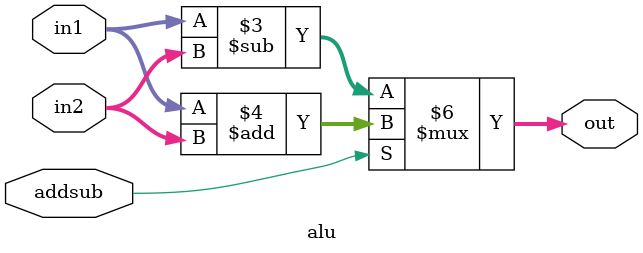
<source format=v>
module alu  (output reg [15:0] out, input [15:0] in1, input [15:0] in2, input addsub);

    always @(*) begin
        if (addsub == 0) 
            out = in1 - in2; // 10 means sub
        else 
            out = in1 + in2; // 01 - add
    end
endmodule
</source>
